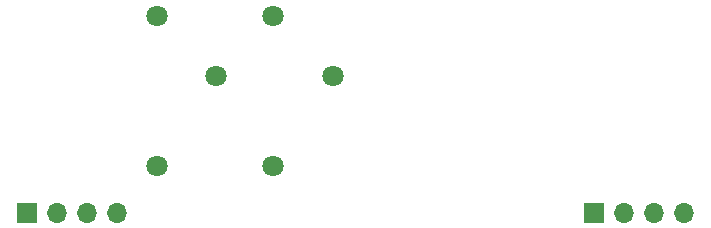
<source format=gbr>
%TF.GenerationSoftware,KiCad,Pcbnew,7.0.9*%
%TF.CreationDate,2024-10-04T13:57:54+02:00*%
%TF.ProjectId,espnow-sonda,6573706e-6f77-42d7-936f-6e64612e6b69,rev?*%
%TF.SameCoordinates,Original*%
%TF.FileFunction,Soldermask,Bot*%
%TF.FilePolarity,Negative*%
%FSLAX46Y46*%
G04 Gerber Fmt 4.6, Leading zero omitted, Abs format (unit mm)*
G04 Created by KiCad (PCBNEW 7.0.9) date 2024-10-04 13:57:54*
%MOMM*%
%LPD*%
G01*
G04 APERTURE LIST*
%ADD10R,1.700000X1.700000*%
%ADD11O,1.700000X1.700000*%
%ADD12C,1.800000*%
G04 APERTURE END LIST*
D10*
%TO.C,J2*%
X98200000Y-63930000D03*
D11*
X100740000Y-63930000D03*
X103280000Y-63930000D03*
X105820000Y-63930000D03*
%TD*%
D10*
%TO.C,J1*%
X50200000Y-63930000D03*
D11*
X52740000Y-63930000D03*
X55280000Y-63930000D03*
X57820000Y-63930000D03*
%TD*%
D12*
%TO.C,R9*%
X61175000Y-60005000D03*
X66235000Y-52385000D03*
X61175000Y-47305000D03*
%TD*%
%TO.C,R2*%
X71025000Y-60005000D03*
X76085000Y-52385000D03*
X71025000Y-47305000D03*
%TD*%
M02*

</source>
